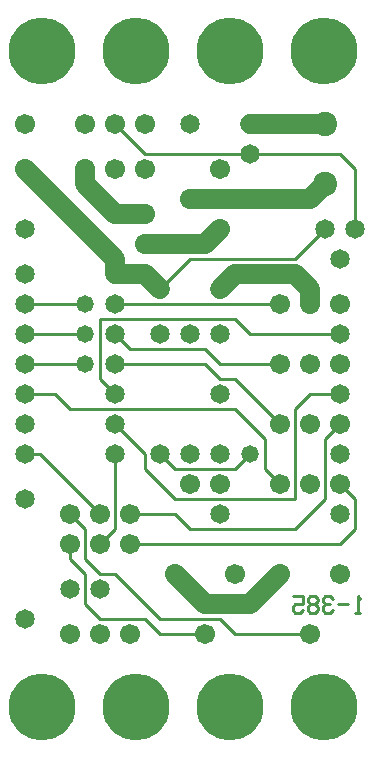
<source format=gbl>
%MOIN*%
%FSLAX25Y25*%
G04 D10 used for Character Trace; *
G04     Circle (OD=.01000) (No hole)*
G04 D11 used for Power Trace; *
G04     Circle (OD=.06700) (No hole)*
G04 D12 used for Signal Trace; *
G04     Circle (OD=.01100) (No hole)*
G04 D13 used for Via; *
G04     Circle (OD=.05800) (Round. Hole ID=.02800)*
G04 D14 used for Component hole; *
G04     Circle (OD=.06500) (Round. Hole ID=.03500)*
G04 D15 used for Component hole; *
G04     Circle (OD=.06700) (Round. Hole ID=.04300)*
G04 D16 used for Component hole; *
G04     Circle (OD=.08100) (Round. Hole ID=.05100)*
G04 D17 used for Component hole; *
G04     Circle (OD=.08900) (Round. Hole ID=.05900)*
G04 D18 used for Component hole; *
G04     Circle (OD=.11300) (Round. Hole ID=.08300)*
G04 D19 used for Component hole; *
G04     Circle (OD=.16000) (Round. Hole ID=.13000)*
G04 D20 used for Component hole; *
G04     Circle (OD=.18300) (Round. Hole ID=.15300)*
G04 D21 used for Component hole; *
G04     Circle (OD=.22291) (Round. Hole ID=.19291)*
%ADD10C,.01000*%
%ADD11C,.06700*%
%ADD12C,.01100*%
%ADD13C,.05800*%
%ADD14C,.06500*%
%ADD15C,.06700*%
%ADD16C,.08100*%
%ADD17C,.08900*%
%ADD18C,.11300*%
%ADD19C,.16000*%
%ADD20C,.18300*%
%ADD21C,.22291*%
%IPPOS*%
%LPD*%
G90*X0Y0D02*D21*X15625Y15625D03*D15*              
X35000Y40000D03*X25000D03*D12*X35000Y45000D02*    
X50000D01*X55000Y40000D01*X70000D01*D15*D03*D12*  
X80000D02*X75000Y45000D01*X80000Y40000D02*        
X105000D01*D15*D03*D10*X121674Y51914D02*          
X120837Y52871D01*Y47129D01*X121674D02*X120000D01* 
X117511Y50000D02*X114163D01*X112511Y51914D02*     
X111674Y52871D01*X110000D01*X109163Y51914D01*     
Y50957D01*X110000Y50000D01*X111674D01*X110000D02* 
X109163Y49043D01*Y48086D01*X110000Y47129D01*      
X111674D01*X112511Y48086D01*X106674Y50000D02*     
X107511Y50957D01*Y51914D01*X106674Y52871D01*      
X105000D01*X104163Y51914D01*Y50957D01*            
X105000Y50000D01*X106674D01*X107511Y49043D01*     
Y48086D01*X106674Y47129D01*X105000D01*            
X104163Y48086D01*Y49043D01*X105000Y50000D01*      
X99163Y52871D02*X102511D01*Y50000D01*X100000D01*  
X99163Y49043D01*Y48086D01*X100000Y47129D01*       
X101674D01*X102511Y48086D01*D15*X115000Y60000D03* 
D11*X70000Y50000D02*X85000D01*X70000D02*          
X60000Y60000D01*D15*D03*D12*X55000Y45000D02*      
X75000D01*X55000D02*X40000Y60000D01*X35000D01*    
X30000Y65000D01*Y75000D01*X25000Y80000D01*D15*D03*
X35000Y70000D03*D12*X40000Y75000D01*Y100000D01*   
D14*D03*D12*X60000Y85000D02*X50000Y95000D01*      
X60000Y85000D02*X100000D01*Y115000D01*            
X105000Y120000D01*X115000D01*D14*D03*D15*         
X105000Y130000D03*Y110000D03*X115000Y130000D03*   
Y110000D03*D12*X110000Y105000D01*Y85000D01*       
X100000Y75000D01*X65000D01*X60000Y80000D01*       
X45000D01*D15*D03*X35000D03*D12*X15000Y100000D01* 
X10000D01*D14*D03*Y110000D03*D12*X25000Y115000D02*
X80000D01*X90000Y105000D01*Y95000D01*             
X95000Y90000D01*D15*D03*D13*X85000Y100000D03*D12* 
X80000Y95000D01*X60000D01*X55000Y100000D01*D14*   
D03*D12*X50000Y95000D02*Y100000D01*               
X40000Y110000D01*D14*D03*Y120000D03*D12*          
X35000Y125000D01*Y145000D01*X80000D01*            
X85000Y140000D01*X115000D01*D14*D03*D15*          
X105000Y150000D03*D11*Y155000D01*                 
X100000Y160000D01*X85000D01*D14*D03*D11*X80000D01*
X75000Y155000D01*D14*D03*D12*X55000D02*           
X65000Y165000D01*D14*X55000Y155000D03*D11*        
X50000Y160000D01*X40000D01*D14*D03*D11*Y165000D01*
X30000Y175000D01*D14*D03*D11*X10000Y195000D01*D15*
D03*Y210000D03*D11*X40000Y180000D02*              
X30000Y190000D01*X40000Y180000D02*X50000D01*D15*  
D03*Y170000D03*D11*X70000D01*X75000Y175000D01*D15*
D03*X65000Y185000D03*D11*X105000D01*              
X110000Y190000D01*D16*D03*D12*X120000Y195000D02*  
X115000Y200000D01*X120000Y175000D02*Y195000D01*   
D14*Y175000D03*X115000Y165000D03*                 
X110000Y175000D03*D12*X100000Y165000D01*X65000D01*
D14*X40000Y140000D03*D12*X45000Y135000D01*        
X70000D01*X75000Y130000D01*X95000D01*D15*D03*D12* 
Y110000D02*X80000Y125000D01*D15*X95000Y110000D03* 
D12*X75000Y125000D02*X80000D01*X75000D02*         
X70000Y130000D01*X40000D01*D14*D03*D13*           
X30000Y140000D03*D12*X10000D01*D14*D03*Y150000D03*
D12*X30000D01*D13*D03*D14*X40000D03*D12*X95000D01*
D15*D03*X115000D03*D14*X75000Y140000D03*          
Y120000D03*X65000Y140000D03*X55000D03*D15*        
X50000Y195000D03*X75000D03*D14*X65000Y100000D03*  
D12*X85000Y200000D02*X115000D01*D14*X85000D03*D12*
X50000D01*X40000Y210000D01*D15*D03*X50000D03*     
X30000D03*Y195000D03*D11*Y190000D01*D15*          
X40000Y195000D03*D14*X10000Y175000D03*Y160000D03* 
X65000Y210000D03*D21*X46875Y234375D03*X15625D03*  
X78125D03*D14*X85000Y210000D03*D11*X110000D01*D16*
D03*D21*X109375Y234375D03*D13*X30000Y130000D03*   
D12*X10000D01*D14*D03*D12*X25000Y115000D02*       
X20000Y120000D01*X10000D01*D14*D03*Y85000D03*D15* 
X25000Y70000D03*D12*Y65000D01*X30000Y60000D01*    
Y50000D01*X35000Y45000D01*D14*X25000Y55000D03*D15*
X45000Y40000D03*D14*X35000Y55000D03*D15*          
X45000Y70000D03*D12*X115000D01*X120000Y75000D01*  
Y85000D01*X115000Y90000D01*D15*D03*D14*Y100000D03*
D15*X105000Y90000D03*D14*X115000Y80000D03*D15*    
X95000Y60000D03*D11*X85000Y50000D01*D15*          
X80000Y60000D03*D14*X75000Y80000D03*D21*          
X78125Y15625D03*X109375D03*D15*X75000Y90000D03*   
X65000D03*D21*X46875Y15625D03*D14*                
X75000Y100000D03*X10000Y45000D03*M02*             

</source>
